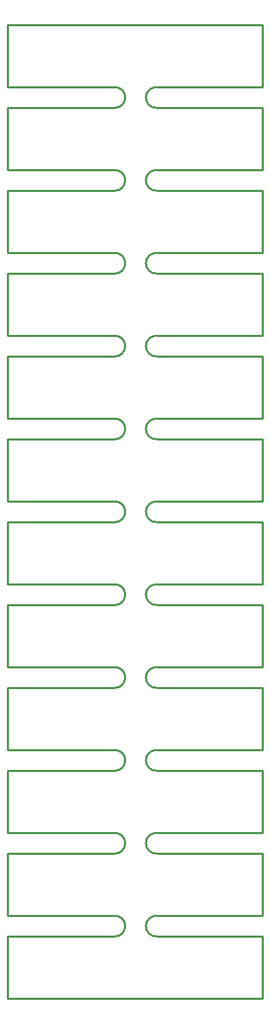
<source format=gbr>
G04 start of page 4 for group 2 idx 2 *
G04 Title: (unknown), outline *
G04 Creator: pcb 20140316 *
G04 CreationDate: Sun 30 Dec 2018 07:28:16 PM GMT UTC *
G04 For: railfan *
G04 Format: Gerber/RS-274X *
G04 PCB-Dimensions (mil): 1435.00 4900.00 *
G04 PCB-Coordinate-Origin: lower left *
%MOIN*%
%FSLAX25Y25*%
%LNOUTLINE*%
%ADD31C,0.0100*%
G54D31*X133500Y440000D02*Y410000D01*
Y400000D02*Y370000D01*
Y360000D02*Y330000D01*
Y320000D02*Y290000D01*
Y280000D02*Y250000D01*
X10000Y410000D02*X62000D01*
X10000Y400000D02*X62000D01*
X10000Y370000D02*X62000D01*
X133500Y410000D02*X82000D01*
X133500Y400000D02*X82000D01*
X133500Y370000D02*X82000D01*
X133500Y360000D02*X82000D01*
X133500Y330000D02*X82000D01*
X133500Y320000D02*X82000D01*
X133500Y480000D02*Y450000D01*
X82000D01*
X133500Y440000D02*X82000D01*
X10000Y480000D02*X133500D01*
X10000Y450000D02*Y480000D01*
Y450000D02*X62000D01*
X10000Y440000D02*X62000D01*
X10000Y410000D02*Y440000D01*
Y370000D02*Y400000D01*
Y330000D02*Y360000D01*
X62000D01*
X10000Y330000D02*X62000D01*
X10000Y320000D02*X62000D01*
X133500Y290000D02*X82000D01*
X133500Y280000D02*X82000D01*
X133500Y250000D02*X82000D01*
X10000Y290000D02*X62000D01*
X10000Y280000D02*X62000D01*
X10000Y250000D02*X62000D01*
X10000Y240000D02*X62000D01*
X10000Y210000D02*X62000D01*
X10000Y200000D02*X62000D01*
X133500Y240000D02*X82000D01*
X133500Y210000D02*X82000D01*
X133500Y200000D02*X82000D01*
X10000Y290000D02*Y320000D01*
Y250000D02*Y280000D01*
Y210000D02*Y240000D01*
Y170000D02*Y200000D01*
Y130000D02*Y160000D01*
X133500Y240000D02*Y210000D01*
Y200000D02*Y170000D01*
Y160000D02*Y130000D01*
Y170000D02*X82000D01*
X133500Y160000D02*X82000D01*
X133500Y130000D02*X82000D01*
X133500Y120000D02*Y90000D01*
Y80000D02*Y50000D01*
X82000D01*
X133500Y40000D02*Y10000D01*
X10000Y170000D02*X62000D01*
X10000Y160000D02*X62000D01*
X10000Y130000D02*X62000D01*
X133500Y120000D02*X82000D01*
X133500Y90000D02*X82000D01*
X133500Y80000D02*X82000D01*
X10000Y90000D02*Y120000D01*
Y50000D02*Y80000D01*
Y10000D02*Y40000D01*
Y120000D02*X62000D01*
X10000Y90000D02*X62000D01*
X10000Y80000D02*X62000D01*
X10000Y50000D02*X62000D01*
X10000Y40000D02*X62000D01*
X10000Y10000D02*X133500D01*
Y40000D02*X82000D01*
X67000Y365000D02*G75*G03X62000Y370000I-5000J0D01*G01*
X67000Y365000D02*G75*G02X62000Y360000I-5000J0D01*G01*
X67000Y325000D02*G75*G03X62000Y330000I-5000J0D01*G01*
X67000Y325000D02*G75*G02X62000Y320000I-5000J0D01*G01*
X77000Y365000D02*G75*G03X82000Y360000I5000J0D01*G01*
X77000Y325000D02*G75*G02X82000Y330000I5000J0D01*G01*
X77000Y325000D02*G75*G03X82000Y320000I5000J0D01*G01*
X77000Y285000D02*G75*G02X82000Y290000I5000J0D01*G01*
X77000Y285000D02*G75*G03X82000Y280000I5000J0D01*G01*
X67000Y405000D02*G75*G03X62000Y410000I-5000J0D01*G01*
X67000Y405000D02*G75*G02X62000Y400000I-5000J0D01*G01*
X77000Y405000D02*G75*G02X82000Y410000I5000J0D01*G01*
X77000Y405000D02*G75*G03X82000Y400000I5000J0D01*G01*
X67000Y445000D02*G75*G03X62000Y450000I-5000J0D01*G01*
X67000Y445000D02*G75*G02X62000Y440000I-5000J0D01*G01*
X77000Y445000D02*G75*G02X82000Y450000I5000J0D01*G01*
X77000Y445000D02*G75*G03X82000Y440000I5000J0D01*G01*
X77000Y365000D02*G75*G02X82000Y370000I5000J0D01*G01*
X67000Y285000D02*G75*G03X62000Y290000I-5000J0D01*G01*
X67000Y285000D02*G75*G02X62000Y280000I-5000J0D01*G01*
X67000Y245000D02*G75*G03X62000Y250000I-5000J0D01*G01*
X67000Y245000D02*G75*G02X62000Y240000I-5000J0D01*G01*
X77000Y245000D02*G75*G02X82000Y250000I5000J0D01*G01*
X77000Y245000D02*G75*G03X82000Y240000I5000J0D01*G01*
X77000Y205000D02*G75*G02X82000Y210000I5000J0D01*G01*
X77000Y205000D02*G75*G03X82000Y200000I5000J0D01*G01*
X67000Y205000D02*G75*G03X62000Y210000I-5000J0D01*G01*
X67000Y205000D02*G75*G02X62000Y200000I-5000J0D01*G01*
X67000Y165000D02*G75*G03X62000Y170000I-5000J0D01*G01*
X67000Y165000D02*G75*G02X62000Y160000I-5000J0D01*G01*
X67000Y125000D02*G75*G03X62000Y130000I-5000J0D01*G01*
X67000Y125000D02*G75*G02X62000Y120000I-5000J0D01*G01*
X77000Y165000D02*G75*G02X82000Y170000I5000J0D01*G01*
X77000Y165000D02*G75*G03X82000Y160000I5000J0D01*G01*
X77000Y125000D02*G75*G02X82000Y130000I5000J0D01*G01*
X77000Y125000D02*G75*G03X82000Y120000I5000J0D01*G01*
X77000Y85000D02*G75*G02X82000Y90000I5000J0D01*G01*
X77000Y85000D02*G75*G03X82000Y80000I5000J0D01*G01*
X67000Y85000D02*G75*G03X62000Y90000I-5000J0D01*G01*
X67000Y85000D02*G75*G02X62000Y80000I-5000J0D01*G01*
X67000Y45000D02*G75*G03X62000Y50000I-5000J0D01*G01*
X67000Y45000D02*G75*G02X62000Y40000I-5000J0D01*G01*
X77000Y45000D02*G75*G02X82000Y50000I5000J0D01*G01*
X77000Y45000D02*G75*G03X82000Y40000I5000J0D01*G01*
M02*

</source>
